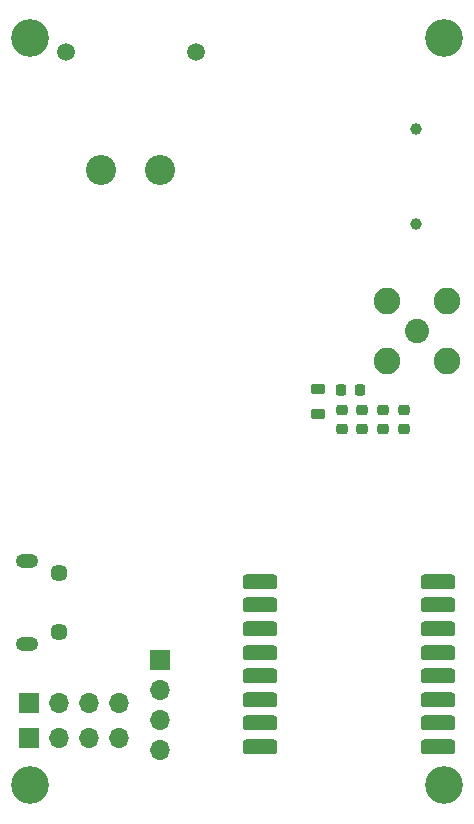
<source format=gbr>
%TF.GenerationSoftware,KiCad,Pcbnew,7.0.2*%
%TF.CreationDate,2023-04-27T13:19:39+10:00*%
%TF.ProjectId,neptune,6e657074-756e-4652-9e6b-696361645f70,rev?*%
%TF.SameCoordinates,Original*%
%TF.FileFunction,Soldermask,Bot*%
%TF.FilePolarity,Negative*%
%FSLAX46Y46*%
G04 Gerber Fmt 4.6, Leading zero omitted, Abs format (unit mm)*
G04 Created by KiCad (PCBNEW 7.0.2) date 2023-04-27 13:19:39*
%MOMM*%
%LPD*%
G01*
G04 APERTURE LIST*
G04 Aperture macros list*
%AMRoundRect*
0 Rectangle with rounded corners*
0 $1 Rounding radius*
0 $2 $3 $4 $5 $6 $7 $8 $9 X,Y pos of 4 corners*
0 Add a 4 corners polygon primitive as box body*
4,1,4,$2,$3,$4,$5,$6,$7,$8,$9,$2,$3,0*
0 Add four circle primitives for the rounded corners*
1,1,$1+$1,$2,$3*
1,1,$1+$1,$4,$5*
1,1,$1+$1,$6,$7*
1,1,$1+$1,$8,$9*
0 Add four rect primitives between the rounded corners*
20,1,$1+$1,$2,$3,$4,$5,0*
20,1,$1+$1,$4,$5,$6,$7,0*
20,1,$1+$1,$6,$7,$8,$9,0*
20,1,$1+$1,$8,$9,$2,$3,0*%
G04 Aperture macros list end*
%ADD10C,3.200000*%
%ADD11R,1.700000X1.700000*%
%ADD12O,1.700000X1.700000*%
%ADD13C,1.000000*%
%ADD14C,2.550000*%
%ADD15C,1.500000*%
%ADD16C,2.050000*%
%ADD17C,2.250000*%
%ADD18O,1.900000X1.200000*%
%ADD19C,1.450000*%
%ADD20RoundRect,0.225000X-0.250000X0.225000X-0.250000X-0.225000X0.250000X-0.225000X0.250000X0.225000X0*%
%ADD21RoundRect,0.317500X-1.157500X-0.317500X1.157500X-0.317500X1.157500X0.317500X-1.157500X0.317500X0*%
%ADD22RoundRect,0.218750X0.381250X-0.218750X0.381250X0.218750X-0.381250X0.218750X-0.381250X-0.218750X0*%
%ADD23RoundRect,0.225000X-0.225000X-0.250000X0.225000X-0.250000X0.225000X0.250000X-0.225000X0.250000X0*%
G04 APERTURE END LIST*
D10*
%TO.C,H1*%
X127750000Y-62750000D03*
%TD*%
D11*
%TO.C,J7*%
X92670000Y-119000000D03*
D12*
X95210000Y-119000000D03*
X97750000Y-119000000D03*
X100290000Y-119000000D03*
%TD*%
D13*
%TO.C,J1*%
X125400000Y-78425000D03*
X125400000Y-70425000D03*
%TD*%
D10*
%TO.C,H2*%
X92750000Y-62750000D03*
%TD*%
D11*
%TO.C,J5*%
X103750000Y-115380000D03*
D12*
X103750000Y-117920000D03*
X103750000Y-120460000D03*
X103750000Y-123000000D03*
%TD*%
D14*
%TO.C,J2*%
X98750000Y-73912000D03*
X103750000Y-73912000D03*
D15*
X106750000Y-63912000D03*
X95750000Y-63912000D03*
%TD*%
D16*
%TO.C,J3*%
X125460000Y-87540000D03*
D17*
X122920000Y-85000000D03*
X122920000Y-90080000D03*
X128000000Y-85000000D03*
X128000000Y-90080000D03*
%TD*%
D18*
%TO.C,J4*%
X92512500Y-107000000D03*
D19*
X95212500Y-108000000D03*
X95212500Y-113000000D03*
D18*
X92512500Y-114000000D03*
%TD*%
D10*
%TO.C,H3*%
X92750000Y-126000000D03*
%TD*%
%TO.C,H4*%
X127750000Y-126000000D03*
%TD*%
D11*
%TO.C,J6*%
X92670000Y-122000000D03*
D12*
X95210000Y-122000000D03*
X97750000Y-122000000D03*
X100290000Y-122000000D03*
%TD*%
D20*
%TO.C,C23*%
X124380000Y-94250000D03*
X124380000Y-95800000D03*
%TD*%
%TO.C,C10*%
X120880000Y-94250000D03*
X120880000Y-95800000D03*
%TD*%
D21*
%TO.C,U5*%
X112225000Y-122750000D03*
X112225000Y-120750000D03*
X112225000Y-118750000D03*
X112225000Y-116750000D03*
X112225000Y-114750000D03*
X112225000Y-112750000D03*
X112225000Y-110750000D03*
X112225000Y-108750000D03*
X127275000Y-108750000D03*
X127275000Y-110750000D03*
X127275000Y-112750000D03*
X127275000Y-114750000D03*
X127275000Y-116750000D03*
X127275000Y-118750000D03*
X127275000Y-120750000D03*
X127275000Y-122750000D03*
%TD*%
D22*
%TO.C,L2*%
X117120000Y-94587500D03*
X117120000Y-92462500D03*
%TD*%
D20*
%TO.C,C9*%
X119120000Y-94250000D03*
X119120000Y-95800000D03*
%TD*%
%TO.C,C22*%
X122630000Y-94250000D03*
X122630000Y-95800000D03*
%TD*%
D23*
%TO.C,C11*%
X119095000Y-92525000D03*
X120645000Y-92525000D03*
%TD*%
M02*

</source>
